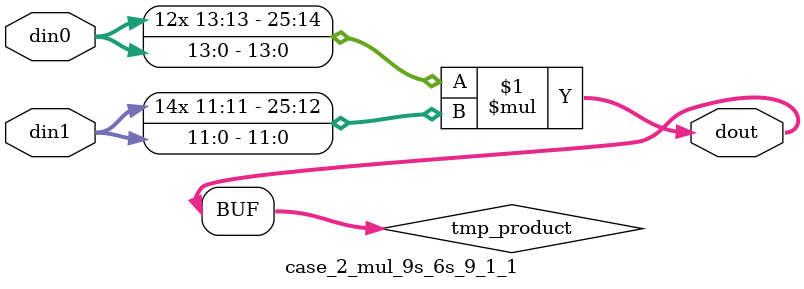
<source format=v>

`timescale 1 ns / 1 ps

 module case_2_mul_9s_6s_9_1_1(din0, din1, dout);
parameter ID = 1;
parameter NUM_STAGE = 0;
parameter din0_WIDTH = 14;
parameter din1_WIDTH = 12;
parameter dout_WIDTH = 26;

input [din0_WIDTH - 1 : 0] din0; 
input [din1_WIDTH - 1 : 0] din1; 
output [dout_WIDTH - 1 : 0] dout;

wire signed [dout_WIDTH - 1 : 0] tmp_product;



























assign tmp_product = $signed(din0) * $signed(din1);








assign dout = tmp_product;





















endmodule

</source>
